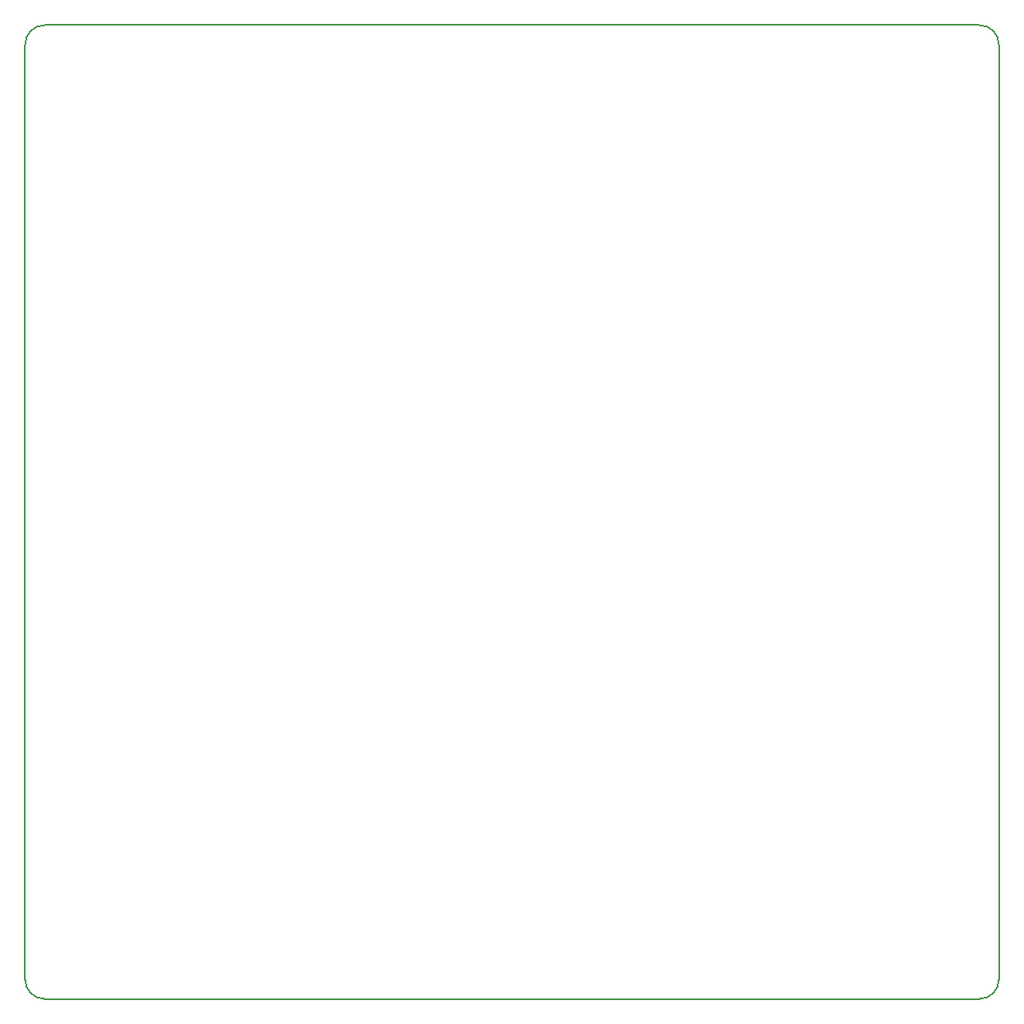
<source format=gm1>
G04 #@! TF.GenerationSoftware,KiCad,Pcbnew,(5.1.5)-3*
G04 #@! TF.CreationDate,2020-12-26T21:56:58-08:00*
G04 #@! TF.ProjectId,mgh80,6d676838-302e-46b6-9963-61645f706362,rev?*
G04 #@! TF.SameCoordinates,Original*
G04 #@! TF.FileFunction,Profile,NP*
%FSLAX46Y46*%
G04 Gerber Fmt 4.6, Leading zero omitted, Abs format (unit mm)*
G04 Created by KiCad (PCBNEW (5.1.5)-3) date 2020-12-26 21:56:58*
%MOMM*%
%LPD*%
G04 APERTURE LIST*
%ADD10C,0.150000*%
G04 APERTURE END LIST*
D10*
X184090000Y-43186000D02*
X184090000Y-139186000D01*
X184090000Y-43186000D02*
G75*
G03X182090000Y-41186000I-2000000J0D01*
G01*
X182090000Y-141186000D02*
G75*
G03X184090000Y-139186000I0J2000000D01*
G01*
X86090000Y-41186000D02*
G75*
G03X84090000Y-43186000I0J-2000000D01*
G01*
X86090000Y-41186000D02*
X182090000Y-41186000D01*
X84090000Y-139186000D02*
G75*
G03X86090000Y-141186000I2000000J0D01*
G01*
X182090000Y-141186000D02*
X86090000Y-141186000D01*
X84090000Y-139186000D02*
X84090000Y-43186000D01*
M02*

</source>
